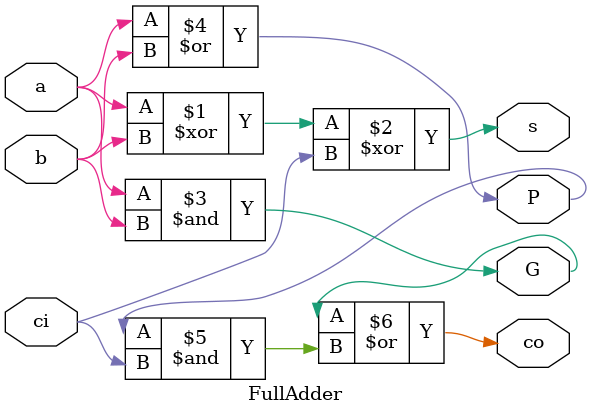
<source format=v>
module FullAdder (
    input a,
    input b,
    input ci,
    output wire s,
    output wire co,
    output wire G,
    output wire P
);
    
    assign s = a ^ b ^ ci;
    assign G = a & b;
    assign P = a | b;
    assign co = G | (P & ci);

endmodule

</source>
